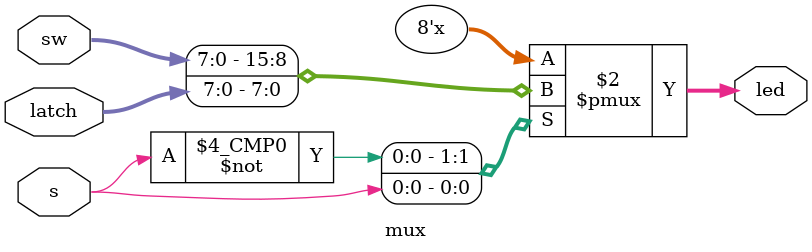
<source format=v>
`timescale 1ns / 1ps


module mux(
    input s,
    input [7:0] sw,
    input [7:0] latch,
    output reg [7:0] led
    );

always @(*)
begin
    case(s)
        1'd0: led <= sw;
        1'd1: led <= latch;
    endcase
end
endmodule

</source>
